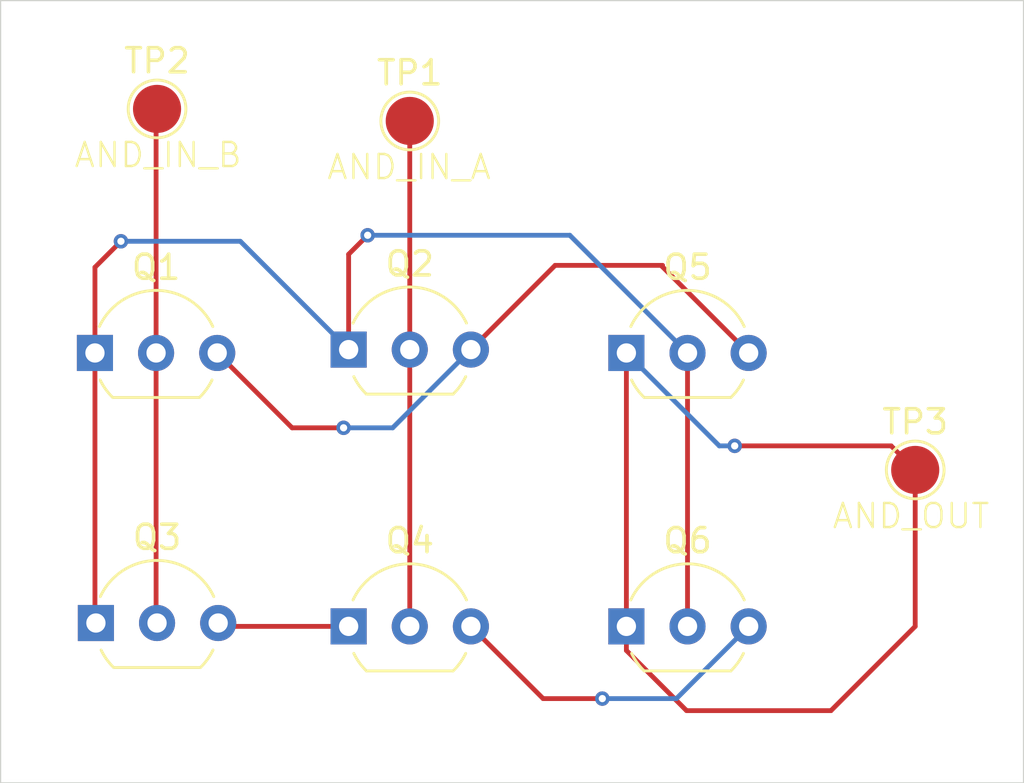
<source format=kicad_pcb>
(kicad_pcb (version 20241229) (generator "pcbnew") (generator_version "9.0")
  (layers (0 "F.Cu" signal) (2 "B.Cu" signal) (13 "F.Paste" user) (15 "B.Paste" user) (5 "F.SilkS" user "F.Silkscreen") (7 "B.SilkS" user "B.Silkscreen") (1 "F.Mask" user) (3 "B.Mask" user) (25 "Edge.Cuts" user))
  (net 0 "")
  (net 1 "VCC")
  (net 2 "/AND_IN_B")
  (net 3 "Net-(Q1-D)")
  (net 4 "/AND_IN_A")
  (net 5 "Net-(Q3-S)")
  (net 6 "GND")
  (net 7 "/AND_OUT")
  (footprint "Package_TO_SOT_THT:TO-92_Inline_Wide" (layer "F.Cu") (at 109.42 51.64)
    (property "Reference" "Q1" (at 2.54 -3.56 0) (layer "F.SilkS"))
    (property "Value" "PMOS")
    (fp_line (start 0.74 1.85) (end 4.34 1.85) (stroke (width 0.12)) (layer "F.SilkS"))
    (fp_arc (start 0.1836 -1.098807) (mid 1.143021 -2.192817) (end 2.54 -2.6) (stroke (width 0.12)) (layer "F.SilkS"))
    (fp_arc (start 0.74 1.85) (mid 0.446097 1.509328) (end 0.215816 1.122795) (stroke (width 0.12)) (layer "F.SilkS"))
    (fp_arc (start 2.54 -2.6) (mid 3.936979 -2.192818) (end 4.8964 -1.098807) (stroke (width 0.12)) (layer "F.SilkS"))
    (fp_arc (start 4.864184 1.122795) (mid 4.633903 1.509328) (end 4.34 1.85) (stroke (width 0.12)) (layer "F.SilkS"))
    (pad "1" thru_hole rect (at 0 0) (size 1.5 1.5) (drill 0.8) (layers "*.Cu" "*.Mask") (net 3 "Net-(Q1-D)"))
    (pad "2" thru_hole circle (at 2.54 0) (size 1.5 1.5) (drill 0.8) (layers "*.Cu" "*.Mask") (net 2 "/AND_IN_B"))
    (pad "3" thru_hole circle (at 5.08 0) (size 1.5 1.5) (drill 0.8) (layers "*.Cu" "*.Mask") (net 1 "VCC"))
  )
  (footprint "TestPoint:TestPoint_Pad_D2.0mm" (layer "F.Cu") (at 122.5 42)
    (property "Reference" "TP1" (at 0 -1.998 0) (layer "F.SilkS"))
    (property "Value" "AND_IN_A")
    (fp_circle (center 0 0) (end 0 1.2) (stroke (width 0.12)) (fill no) (layer "F.SilkS"))
    (pad "1" smd circle (at 0 0) (size 2 2) (layers "F.Cu" "F.Mask") (net 4 "/AND_IN_A"))
  )
  (footprint "Package_TO_SOT_THT:TO-92_Inline_Wide" (layer "F.Cu") (at 131.5 51.64)
    (property "Reference" "Q5" (at 2.54 -3.56 0) (layer "F.SilkS"))
    (property "Value" "PMOS")
    (fp_line (start 0.74 1.85) (end 4.34 1.85) (stroke (width 0.12)) (layer "F.SilkS"))
    (fp_arc (start 0.1836 -1.098807) (mid 1.143021 -2.192817) (end 2.54 -2.6) (stroke (width 0.12)) (layer "F.SilkS"))
    (fp_arc (start 0.74 1.85) (mid 0.446097 1.509328) (end 0.215816 1.122795) (stroke (width 0.12)) (layer "F.SilkS"))
    (fp_arc (start 2.54 -2.6) (mid 3.936979 -2.192818) (end 4.8964 -1.098807) (stroke (width 0.12)) (layer "F.SilkS"))
    (fp_arc (start 4.864184 1.122795) (mid 4.633903 1.509328) (end 4.34 1.85) (stroke (width 0.12)) (layer "F.SilkS"))
    (pad "1" thru_hole rect (at 0 0) (size 1.5 1.5) (drill 0.8) (layers "*.Cu" "*.Mask") (net 7 "/AND_OUT"))
    (pad "2" thru_hole circle (at 2.54 0) (size 1.5 1.5) (drill 0.8) (layers "*.Cu" "*.Mask") (net 3 "Net-(Q1-D)"))
    (pad "3" thru_hole circle (at 5.08 0) (size 1.5 1.5) (drill 0.8) (layers "*.Cu" "*.Mask") (net 1 "VCC"))
  )
  (footprint "Package_TO_SOT_THT:TO-92_Inline_Wide" (layer "F.Cu") (at 119.96 63)
    (property "Reference" "Q4" (at 2.54 -3.56 0) (layer "F.SilkS"))
    (property "Value" "NMOS")
    (fp_line (start 0.74 1.85) (end 4.34 1.85) (stroke (width 0.12)) (layer "F.SilkS"))
    (fp_arc (start 0.1836 -1.098807) (mid 1.143021 -2.192817) (end 2.54 -2.6) (stroke (width 0.12)) (layer "F.SilkS"))
    (fp_arc (start 0.74 1.85) (mid 0.446097 1.509328) (end 0.215816 1.122795) (stroke (width 0.12)) (layer "F.SilkS"))
    (fp_arc (start 2.54 -2.6) (mid 3.936979 -2.192818) (end 4.8964 -1.098807) (stroke (width 0.12)) (layer "F.SilkS"))
    (fp_arc (start 4.864184 1.122795) (mid 4.633903 1.509328) (end 4.34 1.85) (stroke (width 0.12)) (layer "F.SilkS"))
    (pad "1" thru_hole rect (at 0 0) (size 1.5 1.5) (drill 0.8) (layers "*.Cu" "*.Mask") (net 5 "Net-(Q3-S)"))
    (pad "2" thru_hole circle (at 2.54 0) (size 1.5 1.5) (drill 0.8) (layers "*.Cu" "*.Mask") (net 4 "/AND_IN_A"))
    (pad "3" thru_hole circle (at 5.08 0) (size 1.5 1.5) (drill 0.8) (layers "*.Cu" "*.Mask") (net 6 "GND"))
  )
  (footprint "Package_TO_SOT_THT:TO-92_Inline_Wide" (layer "F.Cu") (at 119.96 51.5)
    (property "Reference" "Q2" (at 2.54 -3.56 0) (layer "F.SilkS"))
    (property "Value" "PMOS")
    (fp_line (start 0.74 1.85) (end 4.34 1.85) (stroke (width 0.12)) (layer "F.SilkS"))
    (fp_arc (start 0.1836 -1.098807) (mid 1.143021 -2.192817) (end 2.54 -2.6) (stroke (width 0.12)) (layer "F.SilkS"))
    (fp_arc (start 0.74 1.85) (mid 0.446097 1.509328) (end 0.215816 1.122795) (stroke (width 0.12)) (layer "F.SilkS"))
    (fp_arc (start 2.54 -2.6) (mid 3.936979 -2.192818) (end 4.8964 -1.098807) (stroke (width 0.12)) (layer "F.SilkS"))
    (fp_arc (start 4.864184 1.122795) (mid 4.633903 1.509328) (end 4.34 1.85) (stroke (width 0.12)) (layer "F.SilkS"))
    (pad "1" thru_hole rect (at 0 0) (size 1.5 1.5) (drill 0.8) (layers "*.Cu" "*.Mask") (net 3 "Net-(Q1-D)"))
    (pad "2" thru_hole circle (at 2.54 0) (size 1.5 1.5) (drill 0.8) (layers "*.Cu" "*.Mask") (net 4 "/AND_IN_A"))
    (pad "3" thru_hole circle (at 5.08 0) (size 1.5 1.5) (drill 0.8) (layers "*.Cu" "*.Mask") (net 1 "VCC"))
  )
  (footprint "Package_TO_SOT_THT:TO-92_Inline_Wide" (layer "F.Cu") (at 109.46 62.86)
    (property "Reference" "Q3" (at 2.54 -3.56 0) (layer "F.SilkS"))
    (property "Value" "NMOS")
    (fp_line (start 0.74 1.85) (end 4.34 1.85) (stroke (width 0.12)) (layer "F.SilkS"))
    (fp_arc (start 0.1836 -1.098807) (mid 1.143021 -2.192817) (end 2.54 -2.6) (stroke (width 0.12)) (layer "F.SilkS"))
    (fp_arc (start 0.74 1.85) (mid 0.446097 1.509328) (end 0.215816 1.122795) (stroke (width 0.12)) (layer "F.SilkS"))
    (fp_arc (start 2.54 -2.6) (mid 3.936979 -2.192818) (end 4.8964 -1.098807) (stroke (width 0.12)) (layer "F.SilkS"))
    (fp_arc (start 4.864184 1.122795) (mid 4.633903 1.509328) (end 4.34 1.85) (stroke (width 0.12)) (layer "F.SilkS"))
    (pad "1" thru_hole rect (at 0 0) (size 1.5 1.5) (drill 0.8) (layers "*.Cu" "*.Mask") (net 3 "Net-(Q1-D)"))
    (pad "2" thru_hole circle (at 2.54 0) (size 1.5 1.5) (drill 0.8) (layers "*.Cu" "*.Mask") (net 2 "/AND_IN_B"))
    (pad "3" thru_hole circle (at 5.08 0) (size 1.5 1.5) (drill 0.8) (layers "*.Cu" "*.Mask") (net 5 "Net-(Q3-S)"))
  )
  (footprint "TestPoint:TestPoint_Pad_D2.0mm" (layer "F.Cu") (at 112 41.5)
    (property "Reference" "TP2" (at 0 -1.998 0) (layer "F.SilkS"))
    (property "Value" "AND_IN_B")
    (fp_circle (center 0 0) (end 0 1.2) (stroke (width 0.12)) (fill no) (layer "F.SilkS"))
    (pad "1" smd circle (at 0 0) (size 2 2) (layers "F.Cu" "F.Mask") (net 2 "/AND_IN_B"))
  )
  (footprint "TestPoint:TestPoint_Pad_D2.0mm" (layer "F.Cu") (at 143.5 56.5)
    (property "Reference" "TP3" (at 0 -1.998 0) (layer "F.SilkS"))
    (property "Value" "AND_OUT")
    (fp_circle (center 0 0) (end 0 1.2) (stroke (width 0.12)) (fill no) (layer "F.SilkS"))
    (pad "1" smd circle (at 0 0) (size 2 2) (layers "F.Cu" "F.Mask") (net 7 "/AND_OUT"))
  )
  (footprint "Package_TO_SOT_THT:TO-92_Inline_Wide" (layer "F.Cu") (at 131.5 63)
    (property "Reference" "Q6" (at 2.54 -3.56 0) (layer "F.SilkS"))
    (property "Value" "NMOS")
    (fp_line (start 0.74 1.85) (end 4.34 1.85) (stroke (width 0.12)) (layer "F.SilkS"))
    (fp_arc (start 0.1836 -1.098807) (mid 1.143021 -2.192817) (end 2.54 -2.6) (stroke (width 0.12)) (layer "F.SilkS"))
    (fp_arc (start 0.74 1.85) (mid 0.446097 1.509328) (end 0.215816 1.122795) (stroke (width 0.12)) (layer "F.SilkS"))
    (fp_arc (start 2.54 -2.6) (mid 3.936979 -2.192818) (end 4.8964 -1.098807) (stroke (width 0.12)) (layer "F.SilkS"))
    (fp_arc (start 4.864184 1.122795) (mid 4.633903 1.509328) (end 4.34 1.85) (stroke (width 0.12)) (layer "F.SilkS"))
    (pad "1" thru_hole rect (at 0 0) (size 1.5 1.5) (drill 0.8) (layers "*.Cu" "*.Mask") (net 7 "/AND_OUT"))
    (pad "2" thru_hole circle (at 2.54 0) (size 1.5 1.5) (drill 0.8) (layers "*.Cu" "*.Mask") (net 3 "Net-(Q1-D)"))
    (pad "3" thru_hole circle (at 5.08 0) (size 1.5 1.5) (drill 0.8) (layers "*.Cu" "*.Mask") (net 6 "GND"))
  )
  (gr_rect (start 105.5 37) (end 148 69.5) (stroke (width 0.05)) (fill no) (layer "Edge.Cuts"))
  (gr_text "AND_IN_A" (at 119 44.5 0) (layer "F.SilkS") (effects (font (size 1 1) (thickness 0.1)) (justify left bottom)))
  (gr_text "AND_IN_B" (at 108.5 44 0) (layer "F.SilkS") (effects (font (size 1 1) (thickness 0.1)) (justify left bottom)))
  (gr_text "AND_OUT" (at 140 59 0) (layer "F.SilkS") (effects (font (size 1 1) (thickness 0.1)) (justify left bottom)))
  (segment (start 114.5 51.64) (end 117.61 54.75) (width 0.2) (layer "F.Cu") (net 1))
  (segment (start 133 48) (end 133 48.06) (width 0.2) (layer "F.Cu") (net 1))
  (segment (start 133 48.06) (end 136.58 51.64) (width 0.2) (layer "F.Cu") (net 1))
  (segment (start 117.61 54.75) (end 119.75 54.75) (width 0.2) (layer "F.Cu") (net 1))
  (segment (start 125.04 51.5) (end 128.54 48) (width 0.2) (layer "F.Cu") (net 1))
  (segment (start 128.54 48) (end 133 48) (width 0.2) (layer "F.Cu") (net 1))
  (via (at 119.75 54.75) (size 0.6) (drill 0.3) (layers "F.Cu" "B.Cu") (net 1))
  (segment (start 119.75 54.75) (end 121.79 54.75) (width 0.2) (layer "B.Cu") (net 1))
  (segment (start 121.79 54.75) (end 125.04 51.5) (width 0.2) (layer "B.Cu") (net 1))
  (segment (start 112 42) (end 111.96 42.04) (width 0.2) (layer "F.Cu") (net 2))
  (segment (start 111.96 62.82) (end 112 62.86) (width 0.2) (layer "F.Cu") (net 2))
  (segment (start 112 41.5) (end 112 42) (width 0.2) (layer "F.Cu") (net 2))
  (segment (start 111.96 51.64) (end 111.96 62.82) (width 0.2) (layer "F.Cu") (net 2))
  (segment (start 111.96 42.04) (end 111.96 51.64) (width 0.2) (layer "F.Cu") (net 2))
  (segment (start 134.04 51.64) (end 134.04 63) (width 0.2) (layer "F.Cu") (net 3))
  (segment (start 109.42 62.82) (end 109.46 62.86) (width 0.2) (layer "F.Cu") (net 3))
  (segment (start 119.96 47.54) (end 120.75 46.75) (width 0.2) (layer "F.Cu") (net 3))
  (segment (start 109.42 51.64) (end 109.42 62.82) (width 0.2) (layer "F.Cu") (net 3))
  (segment (start 119.96 51.5) (end 119.96 47.54) (width 0.2) (layer "F.Cu") (net 3))
  (segment (start 109.42 48.08) (end 110.5 47) (width 0.2) (layer "F.Cu") (net 3))
  (segment (start 109.42 51.64) (end 109.42 48.08) (width 0.2) (layer "F.Cu") (net 3))
  (via (at 120.75 46.75) (size 0.6) (drill 0.3) (layers "F.Cu" "B.Cu") (net 3))
  (via (at 110.5 47) (size 0.6) (drill 0.3) (layers "F.Cu" "B.Cu") (net 3))
  (segment (start 110.5 47) (end 115.46 47) (width 0.2) (layer "B.Cu") (net 3))
  (segment (start 129.15 46.75) (end 134.04 51.64) (width 0.2) (layer "B.Cu") (net 3))
  (segment (start 115.46 47) (end 119.96 51.5) (width 0.2) (layer "B.Cu") (net 3))
  (segment (start 120.75 46.75) (end 129.15 46.75) (width 0.2) (layer "B.Cu") (net 3))
  (segment (start 122.5 42) (end 122.5 51.5) (width 0.2) (layer "F.Cu") (net 4))
  (segment (start 122.5 51.5) (end 122.5 63) (width 0.2) (layer "F.Cu") (net 4))
  (segment (start 119.96 63) (end 114.68 63) (width 0.2) (layer "F.Cu") (net 5))
  (segment (start 114.68 63) (end 114.54 62.86) (width 0.2) (layer "F.Cu") (net 5))
  (segment (start 128.04 66) (end 130.5 66) (width 0.2) (layer "F.Cu") (net 6))
  (segment (start 125.04 63) (end 128.04 66) (width 0.2) (layer "F.Cu") (net 6))
  (via (at 130.5 66) (size 0.6) (drill 0.3) (layers "F.Cu" "B.Cu") (net 6))
  (segment (start 130.5 66) (end 133.58 66) (width 0.2) (layer "B.Cu") (net 6))
  (segment (start 133.58 66) (end 136.58 63) (width 0.2) (layer "B.Cu") (net 6))
  (segment (start 134 66.5) (end 131.5 64) (width 0.2) (layer "F.Cu") (net 7))
  (segment (start 143.5 56.5) (end 142.5 55.5) (width 0.2) (layer "F.Cu") (net 7))
  (segment (start 143.5 63) (end 140 66.5) (width 0.2) (layer "F.Cu") (net 7))
  (segment (start 131.5 51.64) (end 131.5 63) (width 0.2) (layer "F.Cu") (net 7))
  (segment (start 143.5 56.5) (end 143.5 63) (width 0.2) (layer "F.Cu") (net 7))
  (segment (start 142.5 55.5) (end 136 55.5) (width 0.2) (layer "F.Cu") (net 7))
  (segment (start 140 66.5) (end 134 66.5) (width 0.2) (layer "F.Cu") (net 7))
  (segment (start 131.5 64) (end 131.5 63) (width 0.2) (layer "F.Cu") (net 7))
  (via (at 136 55.5) (size 0.6) (drill 0.3) (layers "F.Cu" "B.Cu") (net 7))
  (segment (start 136 55.5) (end 135.36 55.5) (width 0.2) (layer "B.Cu") (net 7))
  (segment (start 135.36 55.5) (end 131.5 51.64) (width 0.2) (layer "B.Cu") (net 7))
)
</source>
